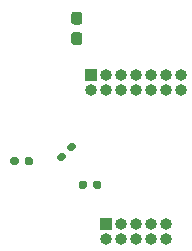
<source format=gbr>
%TF.GenerationSoftware,KiCad,Pcbnew,(5.1.8)-1*%
%TF.CreationDate,2021-11-11T12:40:01-05:00*%
%TF.ProjectId,Metal_flaw_sensor,4d657461-6c5f-4666-9c61-775f73656e73,rev?*%
%TF.SameCoordinates,Original*%
%TF.FileFunction,Soldermask,Bot*%
%TF.FilePolarity,Negative*%
%FSLAX46Y46*%
G04 Gerber Fmt 4.6, Leading zero omitted, Abs format (unit mm)*
G04 Created by KiCad (PCBNEW (5.1.8)-1) date 2021-11-11 12:40:01*
%MOMM*%
%LPD*%
G01*
G04 APERTURE LIST*
%ADD10O,1.000000X1.000000*%
%ADD11R,1.000000X1.000000*%
G04 APERTURE END LIST*
D10*
%TO.C,J3*%
X135810000Y-109820000D03*
X135810000Y-108550000D03*
X134540000Y-109820000D03*
X134540000Y-108550000D03*
X133270000Y-109820000D03*
X133270000Y-108550000D03*
X132000000Y-109820000D03*
X132000000Y-108550000D03*
X130730000Y-109820000D03*
X130730000Y-108550000D03*
X129460000Y-109820000D03*
X129460000Y-108550000D03*
X128190000Y-109820000D03*
D11*
X128190000Y-108550000D03*
%TD*%
%TO.C,R10*%
G36*
G01*
X122060000Y-115680000D02*
X122060000Y-116000000D01*
G75*
G02*
X121900000Y-116160000I-160000J0D01*
G01*
X121505000Y-116160000D01*
G75*
G02*
X121345000Y-116000000I0J160000D01*
G01*
X121345000Y-115680000D01*
G75*
G02*
X121505000Y-115520000I160000J0D01*
G01*
X121900000Y-115520000D01*
G75*
G02*
X122060000Y-115680000I0J-160000D01*
G01*
G37*
G36*
G01*
X123255000Y-115680000D02*
X123255000Y-116000000D01*
G75*
G02*
X123095000Y-116160000I-160000J0D01*
G01*
X122700000Y-116160000D01*
G75*
G02*
X122540000Y-116000000I0J160000D01*
G01*
X122540000Y-115680000D01*
G75*
G02*
X122700000Y-115520000I160000J0D01*
G01*
X123095000Y-115520000D01*
G75*
G02*
X123255000Y-115680000I0J-160000D01*
G01*
G37*
%TD*%
%TO.C,R9*%
G36*
G01*
X128320000Y-118010000D02*
X128320000Y-117690000D01*
G75*
G02*
X128480000Y-117530000I160000J0D01*
G01*
X128875000Y-117530000D01*
G75*
G02*
X129035000Y-117690000I0J-160000D01*
G01*
X129035000Y-118010000D01*
G75*
G02*
X128875000Y-118170000I-160000J0D01*
G01*
X128480000Y-118170000D01*
G75*
G02*
X128320000Y-118010000I0J160000D01*
G01*
G37*
G36*
G01*
X127125000Y-118010000D02*
X127125000Y-117690000D01*
G75*
G02*
X127285000Y-117530000I160000J0D01*
G01*
X127680000Y-117530000D01*
G75*
G02*
X127840000Y-117690000I0J-160000D01*
G01*
X127840000Y-118010000D01*
G75*
G02*
X127680000Y-118170000I-160000J0D01*
G01*
X127285000Y-118170000D01*
G75*
G02*
X127125000Y-118010000I0J160000D01*
G01*
G37*
%TD*%
%TO.C,R7*%
G36*
G01*
X125797158Y-115116568D02*
X126023432Y-115342842D01*
G75*
G02*
X126023432Y-115569116I-113137J-113137D01*
G01*
X125744124Y-115848424D01*
G75*
G02*
X125517850Y-115848424I-113137J113137D01*
G01*
X125291576Y-115622150D01*
G75*
G02*
X125291576Y-115395876I113137J113137D01*
G01*
X125570884Y-115116568D01*
G75*
G02*
X125797158Y-115116568I113137J-113137D01*
G01*
G37*
G36*
G01*
X126642150Y-114271576D02*
X126868424Y-114497850D01*
G75*
G02*
X126868424Y-114724124I-113137J-113137D01*
G01*
X126589116Y-115003432D01*
G75*
G02*
X126362842Y-115003432I-113137J113137D01*
G01*
X126136568Y-114777158D01*
G75*
G02*
X126136568Y-114550884I113137J113137D01*
G01*
X126415876Y-114271576D01*
G75*
G02*
X126642150Y-114271576I113137J-113137D01*
G01*
G37*
%TD*%
D10*
%TO.C,J4*%
X134540000Y-122440000D03*
X134540000Y-121170000D03*
X133270000Y-122440000D03*
X133270000Y-121170000D03*
X132000000Y-122440000D03*
X132000000Y-121170000D03*
X130730000Y-122440000D03*
X130730000Y-121170000D03*
X129460000Y-122440000D03*
D11*
X129460000Y-121170000D03*
%TD*%
%TO.C,C6*%
G36*
G01*
X126712500Y-104925000D02*
X127187500Y-104925000D01*
G75*
G02*
X127425000Y-105162500I0J-237500D01*
G01*
X127425000Y-105762500D01*
G75*
G02*
X127187500Y-106000000I-237500J0D01*
G01*
X126712500Y-106000000D01*
G75*
G02*
X126475000Y-105762500I0J237500D01*
G01*
X126475000Y-105162500D01*
G75*
G02*
X126712500Y-104925000I237500J0D01*
G01*
G37*
G36*
G01*
X126712500Y-103200000D02*
X127187500Y-103200000D01*
G75*
G02*
X127425000Y-103437500I0J-237500D01*
G01*
X127425000Y-104037500D01*
G75*
G02*
X127187500Y-104275000I-237500J0D01*
G01*
X126712500Y-104275000D01*
G75*
G02*
X126475000Y-104037500I0J237500D01*
G01*
X126475000Y-103437500D01*
G75*
G02*
X126712500Y-103200000I237500J0D01*
G01*
G37*
%TD*%
M02*

</source>
